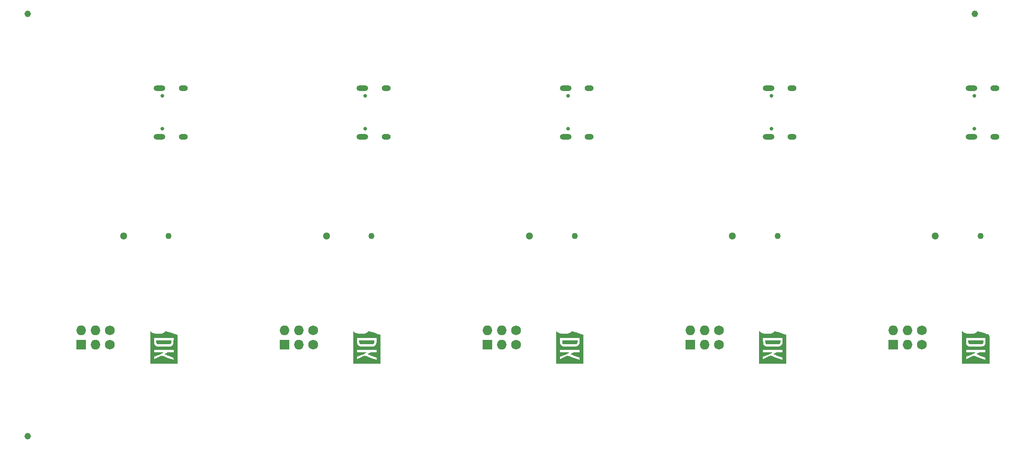
<source format=gbs>
%TF.GenerationSoftware,KiCad,Pcbnew,8.99.0-3110-g1838b2656d*%
%TF.CreationDate,2025-01-19T16:03:57+01:00*%
%TF.ProjectId,panel_1x5,70616e65-6c5f-4317-9835-2e6b69636164,1.2*%
%TF.SameCoordinates,PX2faf080PY29f6300*%
%TF.FileFunction,Soldermask,Bot*%
%TF.FilePolarity,Negative*%
%FSLAX46Y46*%
G04 Gerber Fmt 4.6, Leading zero omitted, Abs format (unit mm)*
G04 Created by KiCad (PCBNEW 8.99.0-3110-g1838b2656d) date 2025-01-19 16:03:57*
%MOMM*%
%LPD*%
G01*
G04 APERTURE LIST*
%ADD10C,0.010000*%
%ADD11O,1.727200X1.727200*%
%ADD12R,1.727200X1.727200*%
%ADD13C,1.727200*%
%ADD14C,0.650000*%
%ADD15O,2.100000X1.000000*%
%ADD16O,1.600000X1.000000*%
%ADD17C,1.300000*%
%ADD18C,1.100000*%
%ADD19C,1.152000*%
G04 APERTURE END LIST*
D10*
%TO.C,G\u002A\u002A\u002A*%
X30426445Y-60496446D02*
X30424852Y-60658721D01*
X30420222Y-60759828D01*
X30393512Y-60900942D01*
X30340258Y-61002775D01*
X30257112Y-61073608D01*
X30254977Y-61074850D01*
X30227184Y-61089624D01*
X30195907Y-61101576D01*
X30155259Y-61111009D01*
X30099359Y-61118217D01*
X30022322Y-61123499D01*
X29918262Y-61127155D01*
X29781295Y-61129478D01*
X29605538Y-61130769D01*
X29385104Y-61131325D01*
X29114111Y-61131445D01*
X28955468Y-61131393D01*
X28711652Y-61130933D01*
X28515194Y-61129779D01*
X28360259Y-61127668D01*
X28241012Y-61124336D01*
X28151622Y-61119522D01*
X28086255Y-61112961D01*
X28039074Y-61104395D01*
X28004250Y-61093555D01*
X27975945Y-61080181D01*
X27943550Y-61059748D01*
X27863751Y-60970422D01*
X27817013Y-60840630D01*
X27801777Y-60666684D01*
X27801777Y-60496444D01*
X30426445Y-60496446D01*
G36*
X30426445Y-60496446D02*
G01*
X30424852Y-60658721D01*
X30420222Y-60759828D01*
X30393512Y-60900942D01*
X30340258Y-61002775D01*
X30257112Y-61073608D01*
X30254977Y-61074850D01*
X30227184Y-61089624D01*
X30195907Y-61101576D01*
X30155259Y-61111009D01*
X30099359Y-61118217D01*
X30022322Y-61123499D01*
X29918262Y-61127155D01*
X29781295Y-61129478D01*
X29605538Y-61130769D01*
X29385104Y-61131325D01*
X29114111Y-61131445D01*
X28955468Y-61131393D01*
X28711652Y-61130933D01*
X28515194Y-61129779D01*
X28360259Y-61127668D01*
X28241012Y-61124336D01*
X28151622Y-61119522D01*
X28086255Y-61112961D01*
X28039074Y-61104395D01*
X28004250Y-61093555D01*
X27975945Y-61080181D01*
X27943550Y-61059748D01*
X27863751Y-60970422D01*
X27817013Y-60840630D01*
X27801777Y-60666684D01*
X27801777Y-60496444D01*
X30426445Y-60496446D01*
G37*
X30445023Y-59181642D02*
X30646345Y-59249378D01*
X30855177Y-59319818D01*
X31042576Y-59383214D01*
X31202124Y-59437385D01*
X31327405Y-59480156D01*
X31412002Y-59509344D01*
X31449500Y-59522770D01*
X31452586Y-59524277D01*
X31460766Y-59532140D01*
X31467922Y-59547932D01*
X31474128Y-59575124D01*
X31479447Y-59617175D01*
X31483950Y-59677556D01*
X31487702Y-59759728D01*
X31490772Y-59867157D01*
X31493227Y-60003309D01*
X31495134Y-60171649D01*
X31496564Y-60375642D01*
X31497582Y-60618752D01*
X31498255Y-60904448D01*
X31498651Y-61236192D01*
X31498840Y-61617449D01*
X31498889Y-62051686D01*
X31498890Y-64560446D01*
X26729334Y-64560445D01*
X26729334Y-62613111D01*
X27350222Y-62613111D01*
X28156221Y-62613111D01*
X28203318Y-62613153D01*
X28405212Y-62614295D01*
X28585151Y-62616853D01*
X28736242Y-62620614D01*
X28851582Y-62625377D01*
X28924274Y-62630926D01*
X28947422Y-62637055D01*
X28941072Y-62641837D01*
X28892380Y-62668219D01*
X28801375Y-62713507D01*
X28674416Y-62774667D01*
X28517864Y-62848646D01*
X28338078Y-62932402D01*
X28141424Y-63022889D01*
X27350222Y-63384780D01*
X27350223Y-63880282D01*
X28020500Y-63553944D01*
X28189893Y-63471748D01*
X28356924Y-63391287D01*
X28501930Y-63322050D01*
X28617737Y-63267438D01*
X28697188Y-63230851D01*
X28733111Y-63215690D01*
X28738852Y-63215881D01*
X28789313Y-63229352D01*
X28884568Y-63260675D01*
X29018757Y-63307736D01*
X29186022Y-63368421D01*
X29380510Y-63440610D01*
X29596357Y-63522190D01*
X29827709Y-63611045D01*
X30879972Y-64018311D01*
X30863889Y-63481201D01*
X30525222Y-63357400D01*
X30286709Y-63270200D01*
X30042899Y-63180916D01*
X29844170Y-63107747D01*
X29686183Y-63048898D01*
X29564599Y-63002569D01*
X29475076Y-62966958D01*
X29413276Y-62940267D01*
X29374858Y-62920696D01*
X29355488Y-62906445D01*
X29350824Y-62895719D01*
X29356521Y-62886715D01*
X29368249Y-62877632D01*
X29379525Y-62870026D01*
X29440486Y-62833836D01*
X29531441Y-62783400D01*
X29637266Y-62727175D01*
X29856508Y-62613111D01*
X30878002Y-62613111D01*
X30878000Y-62133334D01*
X27350222Y-62133334D01*
X27350222Y-62613111D01*
X26729334Y-62613111D01*
X26729334Y-60491416D01*
X27350222Y-60491416D01*
X27351296Y-60663733D01*
X27356896Y-60846700D01*
X27368914Y-60989617D01*
X27389163Y-61101725D01*
X27419447Y-61192267D01*
X27461579Y-61270492D01*
X27517364Y-61345642D01*
X27559748Y-61389476D01*
X27650586Y-61463518D01*
X27749411Y-61527505D01*
X27900556Y-61611222D01*
X30299445Y-61611222D01*
X30434075Y-61544344D01*
X30517712Y-61494571D01*
X30654875Y-61375634D01*
X30765817Y-61231717D01*
X30835797Y-61079868D01*
X30839346Y-61067262D01*
X30857008Y-60975034D01*
X30869004Y-60848479D01*
X30875834Y-60680276D01*
X30878000Y-60463100D01*
X30877999Y-59988445D01*
X27350223Y-59988445D01*
X27350222Y-60491416D01*
X26729334Y-60491416D01*
X26729334Y-58883380D01*
X26849278Y-58986186D01*
X26853983Y-58990200D01*
X27041688Y-59123581D01*
X27255219Y-59224483D01*
X27350222Y-59251645D01*
X27500724Y-59294676D01*
X27784341Y-59335930D01*
X28112222Y-59350016D01*
X28269312Y-59347980D01*
X28535894Y-59328610D01*
X28764879Y-59286330D01*
X28966665Y-59218079D01*
X29151653Y-59120799D01*
X29330245Y-58991421D01*
X29489935Y-58860673D01*
X30445023Y-59181642D01*
G36*
X30445023Y-59181642D02*
G01*
X30646345Y-59249378D01*
X30855177Y-59319818D01*
X31042576Y-59383214D01*
X31202124Y-59437385D01*
X31327405Y-59480156D01*
X31412002Y-59509344D01*
X31449500Y-59522770D01*
X31452586Y-59524277D01*
X31460766Y-59532140D01*
X31467922Y-59547932D01*
X31474128Y-59575124D01*
X31479447Y-59617175D01*
X31483950Y-59677556D01*
X31487702Y-59759728D01*
X31490772Y-59867157D01*
X31493227Y-60003309D01*
X31495134Y-60171649D01*
X31496564Y-60375642D01*
X31497582Y-60618752D01*
X31498255Y-60904448D01*
X31498651Y-61236192D01*
X31498840Y-61617449D01*
X31498889Y-62051686D01*
X31498890Y-64560446D01*
X26729334Y-64560445D01*
X26729334Y-62613111D01*
X27350222Y-62613111D01*
X28156221Y-62613111D01*
X28203318Y-62613153D01*
X28405212Y-62614295D01*
X28585151Y-62616853D01*
X28736242Y-62620614D01*
X28851582Y-62625377D01*
X28924274Y-62630926D01*
X28947422Y-62637055D01*
X28941072Y-62641837D01*
X28892380Y-62668219D01*
X28801375Y-62713507D01*
X28674416Y-62774667D01*
X28517864Y-62848646D01*
X28338078Y-62932402D01*
X28141424Y-63022889D01*
X27350222Y-63384780D01*
X27350223Y-63880282D01*
X28020500Y-63553944D01*
X28189893Y-63471748D01*
X28356924Y-63391287D01*
X28501930Y-63322050D01*
X28617737Y-63267438D01*
X28697188Y-63230851D01*
X28733111Y-63215690D01*
X28738852Y-63215881D01*
X28789313Y-63229352D01*
X28884568Y-63260675D01*
X29018757Y-63307736D01*
X29186022Y-63368421D01*
X29380510Y-63440610D01*
X29596357Y-63522190D01*
X29827709Y-63611045D01*
X30879972Y-64018311D01*
X30863889Y-63481201D01*
X30525222Y-63357400D01*
X30286709Y-63270200D01*
X30042899Y-63180916D01*
X29844170Y-63107747D01*
X29686183Y-63048898D01*
X29564599Y-63002569D01*
X29475076Y-62966958D01*
X29413276Y-62940267D01*
X29374858Y-62920696D01*
X29355488Y-62906445D01*
X29350824Y-62895719D01*
X29356521Y-62886715D01*
X29368249Y-62877632D01*
X29379525Y-62870026D01*
X29440486Y-62833836D01*
X29531441Y-62783400D01*
X29637266Y-62727175D01*
X29856508Y-62613111D01*
X30878002Y-62613111D01*
X30878000Y-62133334D01*
X27350222Y-62133334D01*
X27350222Y-62613111D01*
X26729334Y-62613111D01*
X26729334Y-60491416D01*
X27350222Y-60491416D01*
X27351296Y-60663733D01*
X27356896Y-60846700D01*
X27368914Y-60989617D01*
X27389163Y-61101725D01*
X27419447Y-61192267D01*
X27461579Y-61270492D01*
X27517364Y-61345642D01*
X27559748Y-61389476D01*
X27650586Y-61463518D01*
X27749411Y-61527505D01*
X27900556Y-61611222D01*
X30299445Y-61611222D01*
X30434075Y-61544344D01*
X30517712Y-61494571D01*
X30654875Y-61375634D01*
X30765817Y-61231717D01*
X30835797Y-61079868D01*
X30839346Y-61067262D01*
X30857008Y-60975034D01*
X30869004Y-60848479D01*
X30875834Y-60680276D01*
X30878000Y-60463100D01*
X30877999Y-59988445D01*
X27350223Y-59988445D01*
X27350222Y-60491416D01*
X26729334Y-60491416D01*
X26729334Y-58883380D01*
X26849278Y-58986186D01*
X26853983Y-58990200D01*
X27041688Y-59123581D01*
X27255219Y-59224483D01*
X27350222Y-59251645D01*
X27500724Y-59294676D01*
X27784341Y-59335930D01*
X28112222Y-59350016D01*
X28269312Y-59347980D01*
X28535894Y-59328610D01*
X28764879Y-59286330D01*
X28966665Y-59218079D01*
X29151653Y-59120799D01*
X29330245Y-58991421D01*
X29489935Y-58860673D01*
X30445023Y-59181642D01*
G37*
X138426445Y-60496446D02*
X138424852Y-60658721D01*
X138420222Y-60759828D01*
X138393512Y-60900942D01*
X138340258Y-61002775D01*
X138257112Y-61073608D01*
X138254977Y-61074850D01*
X138227184Y-61089624D01*
X138195907Y-61101576D01*
X138155259Y-61111009D01*
X138099359Y-61118217D01*
X138022322Y-61123499D01*
X137918262Y-61127155D01*
X137781295Y-61129478D01*
X137605538Y-61130769D01*
X137385104Y-61131325D01*
X137114111Y-61131445D01*
X136955468Y-61131393D01*
X136711652Y-61130933D01*
X136515194Y-61129779D01*
X136360259Y-61127668D01*
X136241012Y-61124336D01*
X136151622Y-61119522D01*
X136086255Y-61112961D01*
X136039074Y-61104395D01*
X136004250Y-61093555D01*
X135975945Y-61080181D01*
X135943550Y-61059748D01*
X135863751Y-60970422D01*
X135817013Y-60840630D01*
X135801777Y-60666684D01*
X135801777Y-60496444D01*
X138426445Y-60496446D01*
G36*
X138426445Y-60496446D02*
G01*
X138424852Y-60658721D01*
X138420222Y-60759828D01*
X138393512Y-60900942D01*
X138340258Y-61002775D01*
X138257112Y-61073608D01*
X138254977Y-61074850D01*
X138227184Y-61089624D01*
X138195907Y-61101576D01*
X138155259Y-61111009D01*
X138099359Y-61118217D01*
X138022322Y-61123499D01*
X137918262Y-61127155D01*
X137781295Y-61129478D01*
X137605538Y-61130769D01*
X137385104Y-61131325D01*
X137114111Y-61131445D01*
X136955468Y-61131393D01*
X136711652Y-61130933D01*
X136515194Y-61129779D01*
X136360259Y-61127668D01*
X136241012Y-61124336D01*
X136151622Y-61119522D01*
X136086255Y-61112961D01*
X136039074Y-61104395D01*
X136004250Y-61093555D01*
X135975945Y-61080181D01*
X135943550Y-61059748D01*
X135863751Y-60970422D01*
X135817013Y-60840630D01*
X135801777Y-60666684D01*
X135801777Y-60496444D01*
X138426445Y-60496446D01*
G37*
X138445023Y-59181642D02*
X138646345Y-59249378D01*
X138855177Y-59319818D01*
X139042576Y-59383214D01*
X139202124Y-59437385D01*
X139327405Y-59480156D01*
X139412002Y-59509344D01*
X139449500Y-59522770D01*
X139452586Y-59524277D01*
X139460766Y-59532140D01*
X139467922Y-59547932D01*
X139474128Y-59575124D01*
X139479447Y-59617175D01*
X139483950Y-59677556D01*
X139487702Y-59759728D01*
X139490772Y-59867157D01*
X139493227Y-60003309D01*
X139495134Y-60171649D01*
X139496564Y-60375642D01*
X139497582Y-60618752D01*
X139498255Y-60904448D01*
X139498651Y-61236192D01*
X139498840Y-61617449D01*
X139498889Y-62051686D01*
X139498890Y-64560446D01*
X134729334Y-64560445D01*
X134729334Y-62613111D01*
X135350222Y-62613111D01*
X136156221Y-62613111D01*
X136203318Y-62613153D01*
X136405212Y-62614295D01*
X136585151Y-62616853D01*
X136736242Y-62620614D01*
X136851582Y-62625377D01*
X136924274Y-62630926D01*
X136947422Y-62637055D01*
X136941072Y-62641837D01*
X136892380Y-62668219D01*
X136801375Y-62713507D01*
X136674416Y-62774667D01*
X136517864Y-62848646D01*
X136338078Y-62932402D01*
X136141424Y-63022889D01*
X135350222Y-63384780D01*
X135350223Y-63880282D01*
X136020500Y-63553944D01*
X136189893Y-63471748D01*
X136356924Y-63391287D01*
X136501930Y-63322050D01*
X136617737Y-63267438D01*
X136697188Y-63230851D01*
X136733111Y-63215690D01*
X136738852Y-63215881D01*
X136789313Y-63229352D01*
X136884568Y-63260675D01*
X137018757Y-63307736D01*
X137186022Y-63368421D01*
X137380510Y-63440610D01*
X137596357Y-63522190D01*
X137827709Y-63611045D01*
X138879972Y-64018311D01*
X138863889Y-63481201D01*
X138525222Y-63357400D01*
X138286709Y-63270200D01*
X138042899Y-63180916D01*
X137844170Y-63107747D01*
X137686183Y-63048898D01*
X137564599Y-63002569D01*
X137475076Y-62966958D01*
X137413276Y-62940267D01*
X137374858Y-62920696D01*
X137355488Y-62906445D01*
X137350824Y-62895719D01*
X137356521Y-62886715D01*
X137368249Y-62877632D01*
X137379525Y-62870026D01*
X137440486Y-62833836D01*
X137531441Y-62783400D01*
X137637266Y-62727175D01*
X137856508Y-62613111D01*
X138878002Y-62613111D01*
X138878000Y-62133334D01*
X135350222Y-62133334D01*
X135350222Y-62613111D01*
X134729334Y-62613111D01*
X134729334Y-60491416D01*
X135350222Y-60491416D01*
X135351296Y-60663733D01*
X135356896Y-60846700D01*
X135368914Y-60989617D01*
X135389163Y-61101725D01*
X135419447Y-61192267D01*
X135461579Y-61270492D01*
X135517364Y-61345642D01*
X135559748Y-61389476D01*
X135650586Y-61463518D01*
X135749411Y-61527505D01*
X135900556Y-61611222D01*
X138299445Y-61611222D01*
X138434075Y-61544344D01*
X138517712Y-61494571D01*
X138654875Y-61375634D01*
X138765817Y-61231717D01*
X138835797Y-61079868D01*
X138839346Y-61067262D01*
X138857008Y-60975034D01*
X138869004Y-60848479D01*
X138875834Y-60680276D01*
X138878000Y-60463100D01*
X138877999Y-59988445D01*
X135350223Y-59988445D01*
X135350222Y-60491416D01*
X134729334Y-60491416D01*
X134729334Y-58883380D01*
X134849278Y-58986186D01*
X134853983Y-58990200D01*
X135041688Y-59123581D01*
X135255219Y-59224483D01*
X135350222Y-59251645D01*
X135500724Y-59294676D01*
X135784341Y-59335930D01*
X136112222Y-59350016D01*
X136269312Y-59347980D01*
X136535894Y-59328610D01*
X136764879Y-59286330D01*
X136966665Y-59218079D01*
X137151653Y-59120799D01*
X137330245Y-58991421D01*
X137489935Y-58860673D01*
X138445023Y-59181642D01*
G36*
X138445023Y-59181642D02*
G01*
X138646345Y-59249378D01*
X138855177Y-59319818D01*
X139042576Y-59383214D01*
X139202124Y-59437385D01*
X139327405Y-59480156D01*
X139412002Y-59509344D01*
X139449500Y-59522770D01*
X139452586Y-59524277D01*
X139460766Y-59532140D01*
X139467922Y-59547932D01*
X139474128Y-59575124D01*
X139479447Y-59617175D01*
X139483950Y-59677556D01*
X139487702Y-59759728D01*
X139490772Y-59867157D01*
X139493227Y-60003309D01*
X139495134Y-60171649D01*
X139496564Y-60375642D01*
X139497582Y-60618752D01*
X139498255Y-60904448D01*
X139498651Y-61236192D01*
X139498840Y-61617449D01*
X139498889Y-62051686D01*
X139498890Y-64560446D01*
X134729334Y-64560445D01*
X134729334Y-62613111D01*
X135350222Y-62613111D01*
X136156221Y-62613111D01*
X136203318Y-62613153D01*
X136405212Y-62614295D01*
X136585151Y-62616853D01*
X136736242Y-62620614D01*
X136851582Y-62625377D01*
X136924274Y-62630926D01*
X136947422Y-62637055D01*
X136941072Y-62641837D01*
X136892380Y-62668219D01*
X136801375Y-62713507D01*
X136674416Y-62774667D01*
X136517864Y-62848646D01*
X136338078Y-62932402D01*
X136141424Y-63022889D01*
X135350222Y-63384780D01*
X135350223Y-63880282D01*
X136020500Y-63553944D01*
X136189893Y-63471748D01*
X136356924Y-63391287D01*
X136501930Y-63322050D01*
X136617737Y-63267438D01*
X136697188Y-63230851D01*
X136733111Y-63215690D01*
X136738852Y-63215881D01*
X136789313Y-63229352D01*
X136884568Y-63260675D01*
X137018757Y-63307736D01*
X137186022Y-63368421D01*
X137380510Y-63440610D01*
X137596357Y-63522190D01*
X137827709Y-63611045D01*
X138879972Y-64018311D01*
X138863889Y-63481201D01*
X138525222Y-63357400D01*
X138286709Y-63270200D01*
X138042899Y-63180916D01*
X137844170Y-63107747D01*
X137686183Y-63048898D01*
X137564599Y-63002569D01*
X137475076Y-62966958D01*
X137413276Y-62940267D01*
X137374858Y-62920696D01*
X137355488Y-62906445D01*
X137350824Y-62895719D01*
X137356521Y-62886715D01*
X137368249Y-62877632D01*
X137379525Y-62870026D01*
X137440486Y-62833836D01*
X137531441Y-62783400D01*
X137637266Y-62727175D01*
X137856508Y-62613111D01*
X138878002Y-62613111D01*
X138878000Y-62133334D01*
X135350222Y-62133334D01*
X135350222Y-62613111D01*
X134729334Y-62613111D01*
X134729334Y-60491416D01*
X135350222Y-60491416D01*
X135351296Y-60663733D01*
X135356896Y-60846700D01*
X135368914Y-60989617D01*
X135389163Y-61101725D01*
X135419447Y-61192267D01*
X135461579Y-61270492D01*
X135517364Y-61345642D01*
X135559748Y-61389476D01*
X135650586Y-61463518D01*
X135749411Y-61527505D01*
X135900556Y-61611222D01*
X138299445Y-61611222D01*
X138434075Y-61544344D01*
X138517712Y-61494571D01*
X138654875Y-61375634D01*
X138765817Y-61231717D01*
X138835797Y-61079868D01*
X138839346Y-61067262D01*
X138857008Y-60975034D01*
X138869004Y-60848479D01*
X138875834Y-60680276D01*
X138878000Y-60463100D01*
X138877999Y-59988445D01*
X135350223Y-59988445D01*
X135350222Y-60491416D01*
X134729334Y-60491416D01*
X134729334Y-58883380D01*
X134849278Y-58986186D01*
X134853983Y-58990200D01*
X135041688Y-59123581D01*
X135255219Y-59224483D01*
X135350222Y-59251645D01*
X135500724Y-59294676D01*
X135784341Y-59335930D01*
X136112222Y-59350016D01*
X136269312Y-59347980D01*
X136535894Y-59328610D01*
X136764879Y-59286330D01*
X136966665Y-59218079D01*
X137151653Y-59120799D01*
X137330245Y-58991421D01*
X137489935Y-58860673D01*
X138445023Y-59181642D01*
G37*
X66426445Y-60496446D02*
X66424852Y-60658721D01*
X66420222Y-60759828D01*
X66393512Y-60900942D01*
X66340258Y-61002775D01*
X66257112Y-61073608D01*
X66254977Y-61074850D01*
X66227184Y-61089624D01*
X66195907Y-61101576D01*
X66155259Y-61111009D01*
X66099359Y-61118217D01*
X66022322Y-61123499D01*
X65918262Y-61127155D01*
X65781295Y-61129478D01*
X65605538Y-61130769D01*
X65385104Y-61131325D01*
X65114111Y-61131445D01*
X64955468Y-61131393D01*
X64711652Y-61130933D01*
X64515194Y-61129779D01*
X64360259Y-61127668D01*
X64241012Y-61124336D01*
X64151622Y-61119522D01*
X64086255Y-61112961D01*
X64039074Y-61104395D01*
X64004250Y-61093555D01*
X63975945Y-61080181D01*
X63943550Y-61059748D01*
X63863751Y-60970422D01*
X63817013Y-60840630D01*
X63801777Y-60666684D01*
X63801777Y-60496444D01*
X66426445Y-60496446D01*
G36*
X66426445Y-60496446D02*
G01*
X66424852Y-60658721D01*
X66420222Y-60759828D01*
X66393512Y-60900942D01*
X66340258Y-61002775D01*
X66257112Y-61073608D01*
X66254977Y-61074850D01*
X66227184Y-61089624D01*
X66195907Y-61101576D01*
X66155259Y-61111009D01*
X66099359Y-61118217D01*
X66022322Y-61123499D01*
X65918262Y-61127155D01*
X65781295Y-61129478D01*
X65605538Y-61130769D01*
X65385104Y-61131325D01*
X65114111Y-61131445D01*
X64955468Y-61131393D01*
X64711652Y-61130933D01*
X64515194Y-61129779D01*
X64360259Y-61127668D01*
X64241012Y-61124336D01*
X64151622Y-61119522D01*
X64086255Y-61112961D01*
X64039074Y-61104395D01*
X64004250Y-61093555D01*
X63975945Y-61080181D01*
X63943550Y-61059748D01*
X63863751Y-60970422D01*
X63817013Y-60840630D01*
X63801777Y-60666684D01*
X63801777Y-60496444D01*
X66426445Y-60496446D01*
G37*
X66445023Y-59181642D02*
X66646345Y-59249378D01*
X66855177Y-59319818D01*
X67042576Y-59383214D01*
X67202124Y-59437385D01*
X67327405Y-59480156D01*
X67412002Y-59509344D01*
X67449500Y-59522770D01*
X67452586Y-59524277D01*
X67460766Y-59532140D01*
X67467922Y-59547932D01*
X67474128Y-59575124D01*
X67479447Y-59617175D01*
X67483950Y-59677556D01*
X67487702Y-59759728D01*
X67490772Y-59867157D01*
X67493227Y-60003309D01*
X67495134Y-60171649D01*
X67496564Y-60375642D01*
X67497582Y-60618752D01*
X67498255Y-60904448D01*
X67498651Y-61236192D01*
X67498840Y-61617449D01*
X67498889Y-62051686D01*
X67498890Y-64560446D01*
X62729334Y-64560445D01*
X62729334Y-62613111D01*
X63350222Y-62613111D01*
X64156221Y-62613111D01*
X64203318Y-62613153D01*
X64405212Y-62614295D01*
X64585151Y-62616853D01*
X64736242Y-62620614D01*
X64851582Y-62625377D01*
X64924274Y-62630926D01*
X64947422Y-62637055D01*
X64941072Y-62641837D01*
X64892380Y-62668219D01*
X64801375Y-62713507D01*
X64674416Y-62774667D01*
X64517864Y-62848646D01*
X64338078Y-62932402D01*
X64141424Y-63022889D01*
X63350222Y-63384780D01*
X63350223Y-63880282D01*
X64020500Y-63553944D01*
X64189893Y-63471748D01*
X64356924Y-63391287D01*
X64501930Y-63322050D01*
X64617737Y-63267438D01*
X64697188Y-63230851D01*
X64733111Y-63215690D01*
X64738852Y-63215881D01*
X64789313Y-63229352D01*
X64884568Y-63260675D01*
X65018757Y-63307736D01*
X65186022Y-63368421D01*
X65380510Y-63440610D01*
X65596357Y-63522190D01*
X65827709Y-63611045D01*
X66879972Y-64018311D01*
X66863889Y-63481201D01*
X66525222Y-63357400D01*
X66286709Y-63270200D01*
X66042899Y-63180916D01*
X65844170Y-63107747D01*
X65686183Y-63048898D01*
X65564599Y-63002569D01*
X65475076Y-62966958D01*
X65413276Y-62940267D01*
X65374858Y-62920696D01*
X65355488Y-62906445D01*
X65350824Y-62895719D01*
X65356521Y-62886715D01*
X65368249Y-62877632D01*
X65379525Y-62870026D01*
X65440486Y-62833836D01*
X65531441Y-62783400D01*
X65637266Y-62727175D01*
X65856508Y-62613111D01*
X66878002Y-62613111D01*
X66878000Y-62133334D01*
X63350222Y-62133334D01*
X63350222Y-62613111D01*
X62729334Y-62613111D01*
X62729334Y-60491416D01*
X63350222Y-60491416D01*
X63351296Y-60663733D01*
X63356896Y-60846700D01*
X63368914Y-60989617D01*
X63389163Y-61101725D01*
X63419447Y-61192267D01*
X63461579Y-61270492D01*
X63517364Y-61345642D01*
X63559748Y-61389476D01*
X63650586Y-61463518D01*
X63749411Y-61527505D01*
X63900556Y-61611222D01*
X66299445Y-61611222D01*
X66434075Y-61544344D01*
X66517712Y-61494571D01*
X66654875Y-61375634D01*
X66765817Y-61231717D01*
X66835797Y-61079868D01*
X66839346Y-61067262D01*
X66857008Y-60975034D01*
X66869004Y-60848479D01*
X66875834Y-60680276D01*
X66878000Y-60463100D01*
X66877999Y-59988445D01*
X63350223Y-59988445D01*
X63350222Y-60491416D01*
X62729334Y-60491416D01*
X62729334Y-58883380D01*
X62849278Y-58986186D01*
X62853983Y-58990200D01*
X63041688Y-59123581D01*
X63255219Y-59224483D01*
X63350222Y-59251645D01*
X63500724Y-59294676D01*
X63784341Y-59335930D01*
X64112222Y-59350016D01*
X64269312Y-59347980D01*
X64535894Y-59328610D01*
X64764879Y-59286330D01*
X64966665Y-59218079D01*
X65151653Y-59120799D01*
X65330245Y-58991421D01*
X65489935Y-58860673D01*
X66445023Y-59181642D01*
G36*
X66445023Y-59181642D02*
G01*
X66646345Y-59249378D01*
X66855177Y-59319818D01*
X67042576Y-59383214D01*
X67202124Y-59437385D01*
X67327405Y-59480156D01*
X67412002Y-59509344D01*
X67449500Y-59522770D01*
X67452586Y-59524277D01*
X67460766Y-59532140D01*
X67467922Y-59547932D01*
X67474128Y-59575124D01*
X67479447Y-59617175D01*
X67483950Y-59677556D01*
X67487702Y-59759728D01*
X67490772Y-59867157D01*
X67493227Y-60003309D01*
X67495134Y-60171649D01*
X67496564Y-60375642D01*
X67497582Y-60618752D01*
X67498255Y-60904448D01*
X67498651Y-61236192D01*
X67498840Y-61617449D01*
X67498889Y-62051686D01*
X67498890Y-64560446D01*
X62729334Y-64560445D01*
X62729334Y-62613111D01*
X63350222Y-62613111D01*
X64156221Y-62613111D01*
X64203318Y-62613153D01*
X64405212Y-62614295D01*
X64585151Y-62616853D01*
X64736242Y-62620614D01*
X64851582Y-62625377D01*
X64924274Y-62630926D01*
X64947422Y-62637055D01*
X64941072Y-62641837D01*
X64892380Y-62668219D01*
X64801375Y-62713507D01*
X64674416Y-62774667D01*
X64517864Y-62848646D01*
X64338078Y-62932402D01*
X64141424Y-63022889D01*
X63350222Y-63384780D01*
X63350223Y-63880282D01*
X64020500Y-63553944D01*
X64189893Y-63471748D01*
X64356924Y-63391287D01*
X64501930Y-63322050D01*
X64617737Y-63267438D01*
X64697188Y-63230851D01*
X64733111Y-63215690D01*
X64738852Y-63215881D01*
X64789313Y-63229352D01*
X64884568Y-63260675D01*
X65018757Y-63307736D01*
X65186022Y-63368421D01*
X65380510Y-63440610D01*
X65596357Y-63522190D01*
X65827709Y-63611045D01*
X66879972Y-64018311D01*
X66863889Y-63481201D01*
X66525222Y-63357400D01*
X66286709Y-63270200D01*
X66042899Y-63180916D01*
X65844170Y-63107747D01*
X65686183Y-63048898D01*
X65564599Y-63002569D01*
X65475076Y-62966958D01*
X65413276Y-62940267D01*
X65374858Y-62920696D01*
X65355488Y-62906445D01*
X65350824Y-62895719D01*
X65356521Y-62886715D01*
X65368249Y-62877632D01*
X65379525Y-62870026D01*
X65440486Y-62833836D01*
X65531441Y-62783400D01*
X65637266Y-62727175D01*
X65856508Y-62613111D01*
X66878002Y-62613111D01*
X66878000Y-62133334D01*
X63350222Y-62133334D01*
X63350222Y-62613111D01*
X62729334Y-62613111D01*
X62729334Y-60491416D01*
X63350222Y-60491416D01*
X63351296Y-60663733D01*
X63356896Y-60846700D01*
X63368914Y-60989617D01*
X63389163Y-61101725D01*
X63419447Y-61192267D01*
X63461579Y-61270492D01*
X63517364Y-61345642D01*
X63559748Y-61389476D01*
X63650586Y-61463518D01*
X63749411Y-61527505D01*
X63900556Y-61611222D01*
X66299445Y-61611222D01*
X66434075Y-61544344D01*
X66517712Y-61494571D01*
X66654875Y-61375634D01*
X66765817Y-61231717D01*
X66835797Y-61079868D01*
X66839346Y-61067262D01*
X66857008Y-60975034D01*
X66869004Y-60848479D01*
X66875834Y-60680276D01*
X66878000Y-60463100D01*
X66877999Y-59988445D01*
X63350223Y-59988445D01*
X63350222Y-60491416D01*
X62729334Y-60491416D01*
X62729334Y-58883380D01*
X62849278Y-58986186D01*
X62853983Y-58990200D01*
X63041688Y-59123581D01*
X63255219Y-59224483D01*
X63350222Y-59251645D01*
X63500724Y-59294676D01*
X63784341Y-59335930D01*
X64112222Y-59350016D01*
X64269312Y-59347980D01*
X64535894Y-59328610D01*
X64764879Y-59286330D01*
X64966665Y-59218079D01*
X65151653Y-59120799D01*
X65330245Y-58991421D01*
X65489935Y-58860673D01*
X66445023Y-59181642D01*
G37*
X174426445Y-60496446D02*
X174424852Y-60658721D01*
X174420222Y-60759828D01*
X174393512Y-60900942D01*
X174340258Y-61002775D01*
X174257112Y-61073608D01*
X174254977Y-61074850D01*
X174227184Y-61089624D01*
X174195907Y-61101576D01*
X174155259Y-61111009D01*
X174099359Y-61118217D01*
X174022322Y-61123499D01*
X173918262Y-61127155D01*
X173781295Y-61129478D01*
X173605538Y-61130769D01*
X173385104Y-61131325D01*
X173114111Y-61131445D01*
X172955468Y-61131393D01*
X172711652Y-61130933D01*
X172515194Y-61129779D01*
X172360259Y-61127668D01*
X172241012Y-61124336D01*
X172151622Y-61119522D01*
X172086255Y-61112961D01*
X172039074Y-61104395D01*
X172004250Y-61093555D01*
X171975945Y-61080181D01*
X171943550Y-61059748D01*
X171863751Y-60970422D01*
X171817013Y-60840630D01*
X171801777Y-60666684D01*
X171801777Y-60496444D01*
X174426445Y-60496446D01*
G36*
X174426445Y-60496446D02*
G01*
X174424852Y-60658721D01*
X174420222Y-60759828D01*
X174393512Y-60900942D01*
X174340258Y-61002775D01*
X174257112Y-61073608D01*
X174254977Y-61074850D01*
X174227184Y-61089624D01*
X174195907Y-61101576D01*
X174155259Y-61111009D01*
X174099359Y-61118217D01*
X174022322Y-61123499D01*
X173918262Y-61127155D01*
X173781295Y-61129478D01*
X173605538Y-61130769D01*
X173385104Y-61131325D01*
X173114111Y-61131445D01*
X172955468Y-61131393D01*
X172711652Y-61130933D01*
X172515194Y-61129779D01*
X172360259Y-61127668D01*
X172241012Y-61124336D01*
X172151622Y-61119522D01*
X172086255Y-61112961D01*
X172039074Y-61104395D01*
X172004250Y-61093555D01*
X171975945Y-61080181D01*
X171943550Y-61059748D01*
X171863751Y-60970422D01*
X171817013Y-60840630D01*
X171801777Y-60666684D01*
X171801777Y-60496444D01*
X174426445Y-60496446D01*
G37*
X174445023Y-59181642D02*
X174646345Y-59249378D01*
X174855177Y-59319818D01*
X175042576Y-59383214D01*
X175202124Y-59437385D01*
X175327405Y-59480156D01*
X175412002Y-59509344D01*
X175449500Y-59522770D01*
X175452586Y-59524277D01*
X175460766Y-59532140D01*
X175467922Y-59547932D01*
X175474128Y-59575124D01*
X175479447Y-59617175D01*
X175483950Y-59677556D01*
X175487702Y-59759728D01*
X175490772Y-59867157D01*
X175493227Y-60003309D01*
X175495134Y-60171649D01*
X175496564Y-60375642D01*
X175497582Y-60618752D01*
X175498255Y-60904448D01*
X175498651Y-61236192D01*
X175498840Y-61617449D01*
X175498889Y-62051686D01*
X175498890Y-64560446D01*
X170729334Y-64560445D01*
X170729334Y-62613111D01*
X171350222Y-62613111D01*
X172156221Y-62613111D01*
X172203318Y-62613153D01*
X172405212Y-62614295D01*
X172585151Y-62616853D01*
X172736242Y-62620614D01*
X172851582Y-62625377D01*
X172924274Y-62630926D01*
X172947422Y-62637055D01*
X172941072Y-62641837D01*
X172892380Y-62668219D01*
X172801375Y-62713507D01*
X172674416Y-62774667D01*
X172517864Y-62848646D01*
X172338078Y-62932402D01*
X172141424Y-63022889D01*
X171350222Y-63384780D01*
X171350223Y-63880282D01*
X172020500Y-63553944D01*
X172189893Y-63471748D01*
X172356924Y-63391287D01*
X172501930Y-63322050D01*
X172617737Y-63267438D01*
X172697188Y-63230851D01*
X172733111Y-63215690D01*
X172738852Y-63215881D01*
X172789313Y-63229352D01*
X172884568Y-63260675D01*
X173018757Y-63307736D01*
X173186022Y-63368421D01*
X173380510Y-63440610D01*
X173596357Y-63522190D01*
X173827709Y-63611045D01*
X174879972Y-64018311D01*
X174863889Y-63481201D01*
X174525222Y-63357400D01*
X174286709Y-63270200D01*
X174042899Y-63180916D01*
X173844170Y-63107747D01*
X173686183Y-63048898D01*
X173564599Y-63002569D01*
X173475076Y-62966958D01*
X173413276Y-62940267D01*
X173374858Y-62920696D01*
X173355488Y-62906445D01*
X173350824Y-62895719D01*
X173356521Y-62886715D01*
X173368249Y-62877632D01*
X173379525Y-62870026D01*
X173440486Y-62833836D01*
X173531441Y-62783400D01*
X173637266Y-62727175D01*
X173856508Y-62613111D01*
X174878002Y-62613111D01*
X174878000Y-62133334D01*
X171350222Y-62133334D01*
X171350222Y-62613111D01*
X170729334Y-62613111D01*
X170729334Y-60491416D01*
X171350222Y-60491416D01*
X171351296Y-60663733D01*
X171356896Y-60846700D01*
X171368914Y-60989617D01*
X171389163Y-61101725D01*
X171419447Y-61192267D01*
X171461579Y-61270492D01*
X171517364Y-61345642D01*
X171559748Y-61389476D01*
X171650586Y-61463518D01*
X171749411Y-61527505D01*
X171900556Y-61611222D01*
X174299445Y-61611222D01*
X174434075Y-61544344D01*
X174517712Y-61494571D01*
X174654875Y-61375634D01*
X174765817Y-61231717D01*
X174835797Y-61079868D01*
X174839346Y-61067262D01*
X174857008Y-60975034D01*
X174869004Y-60848479D01*
X174875834Y-60680276D01*
X174878000Y-60463100D01*
X174877999Y-59988445D01*
X171350223Y-59988445D01*
X171350222Y-60491416D01*
X170729334Y-60491416D01*
X170729334Y-58883380D01*
X170849278Y-58986186D01*
X170853983Y-58990200D01*
X171041688Y-59123581D01*
X171255219Y-59224483D01*
X171350222Y-59251645D01*
X171500724Y-59294676D01*
X171784341Y-59335930D01*
X172112222Y-59350016D01*
X172269312Y-59347980D01*
X172535894Y-59328610D01*
X172764879Y-59286330D01*
X172966665Y-59218079D01*
X173151653Y-59120799D01*
X173330245Y-58991421D01*
X173489935Y-58860673D01*
X174445023Y-59181642D01*
G36*
X174445023Y-59181642D02*
G01*
X174646345Y-59249378D01*
X174855177Y-59319818D01*
X175042576Y-59383214D01*
X175202124Y-59437385D01*
X175327405Y-59480156D01*
X175412002Y-59509344D01*
X175449500Y-59522770D01*
X175452586Y-59524277D01*
X175460766Y-59532140D01*
X175467922Y-59547932D01*
X175474128Y-59575124D01*
X175479447Y-59617175D01*
X175483950Y-59677556D01*
X175487702Y-59759728D01*
X175490772Y-59867157D01*
X175493227Y-60003309D01*
X175495134Y-60171649D01*
X175496564Y-60375642D01*
X175497582Y-60618752D01*
X175498255Y-60904448D01*
X175498651Y-61236192D01*
X175498840Y-61617449D01*
X175498889Y-62051686D01*
X175498890Y-64560446D01*
X170729334Y-64560445D01*
X170729334Y-62613111D01*
X171350222Y-62613111D01*
X172156221Y-62613111D01*
X172203318Y-62613153D01*
X172405212Y-62614295D01*
X172585151Y-62616853D01*
X172736242Y-62620614D01*
X172851582Y-62625377D01*
X172924274Y-62630926D01*
X172947422Y-62637055D01*
X172941072Y-62641837D01*
X172892380Y-62668219D01*
X172801375Y-62713507D01*
X172674416Y-62774667D01*
X172517864Y-62848646D01*
X172338078Y-62932402D01*
X172141424Y-63022889D01*
X171350222Y-63384780D01*
X171350223Y-63880282D01*
X172020500Y-63553944D01*
X172189893Y-63471748D01*
X172356924Y-63391287D01*
X172501930Y-63322050D01*
X172617737Y-63267438D01*
X172697188Y-63230851D01*
X172733111Y-63215690D01*
X172738852Y-63215881D01*
X172789313Y-63229352D01*
X172884568Y-63260675D01*
X173018757Y-63307736D01*
X173186022Y-63368421D01*
X173380510Y-63440610D01*
X173596357Y-63522190D01*
X173827709Y-63611045D01*
X174879972Y-64018311D01*
X174863889Y-63481201D01*
X174525222Y-63357400D01*
X174286709Y-63270200D01*
X174042899Y-63180916D01*
X173844170Y-63107747D01*
X173686183Y-63048898D01*
X173564599Y-63002569D01*
X173475076Y-62966958D01*
X173413276Y-62940267D01*
X173374858Y-62920696D01*
X173355488Y-62906445D01*
X173350824Y-62895719D01*
X173356521Y-62886715D01*
X173368249Y-62877632D01*
X173379525Y-62870026D01*
X173440486Y-62833836D01*
X173531441Y-62783400D01*
X173637266Y-62727175D01*
X173856508Y-62613111D01*
X174878002Y-62613111D01*
X174878000Y-62133334D01*
X171350222Y-62133334D01*
X171350222Y-62613111D01*
X170729334Y-62613111D01*
X170729334Y-60491416D01*
X171350222Y-60491416D01*
X171351296Y-60663733D01*
X171356896Y-60846700D01*
X171368914Y-60989617D01*
X171389163Y-61101725D01*
X171419447Y-61192267D01*
X171461579Y-61270492D01*
X171517364Y-61345642D01*
X171559748Y-61389476D01*
X171650586Y-61463518D01*
X171749411Y-61527505D01*
X171900556Y-61611222D01*
X174299445Y-61611222D01*
X174434075Y-61544344D01*
X174517712Y-61494571D01*
X174654875Y-61375634D01*
X174765817Y-61231717D01*
X174835797Y-61079868D01*
X174839346Y-61067262D01*
X174857008Y-60975034D01*
X174869004Y-60848479D01*
X174875834Y-60680276D01*
X174878000Y-60463100D01*
X174877999Y-59988445D01*
X171350223Y-59988445D01*
X171350222Y-60491416D01*
X170729334Y-60491416D01*
X170729334Y-58883380D01*
X170849278Y-58986186D01*
X170853983Y-58990200D01*
X171041688Y-59123581D01*
X171255219Y-59224483D01*
X171350222Y-59251645D01*
X171500724Y-59294676D01*
X171784341Y-59335930D01*
X172112222Y-59350016D01*
X172269312Y-59347980D01*
X172535894Y-59328610D01*
X172764879Y-59286330D01*
X172966665Y-59218079D01*
X173151653Y-59120799D01*
X173330245Y-58991421D01*
X173489935Y-58860673D01*
X174445023Y-59181642D01*
G37*
X102426445Y-60496446D02*
X102424852Y-60658721D01*
X102420222Y-60759828D01*
X102393512Y-60900942D01*
X102340258Y-61002775D01*
X102257112Y-61073608D01*
X102254977Y-61074850D01*
X102227184Y-61089624D01*
X102195907Y-61101576D01*
X102155259Y-61111009D01*
X102099359Y-61118217D01*
X102022322Y-61123499D01*
X101918262Y-61127155D01*
X101781295Y-61129478D01*
X101605538Y-61130769D01*
X101385104Y-61131325D01*
X101114111Y-61131445D01*
X100955468Y-61131393D01*
X100711652Y-61130933D01*
X100515194Y-61129779D01*
X100360259Y-61127668D01*
X100241012Y-61124336D01*
X100151622Y-61119522D01*
X100086255Y-61112961D01*
X100039074Y-61104395D01*
X100004250Y-61093555D01*
X99975945Y-61080181D01*
X99943550Y-61059748D01*
X99863751Y-60970422D01*
X99817013Y-60840630D01*
X99801777Y-60666684D01*
X99801777Y-60496444D01*
X102426445Y-60496446D01*
G36*
X102426445Y-60496446D02*
G01*
X102424852Y-60658721D01*
X102420222Y-60759828D01*
X102393512Y-60900942D01*
X102340258Y-61002775D01*
X102257112Y-61073608D01*
X102254977Y-61074850D01*
X102227184Y-61089624D01*
X102195907Y-61101576D01*
X102155259Y-61111009D01*
X102099359Y-61118217D01*
X102022322Y-61123499D01*
X101918262Y-61127155D01*
X101781295Y-61129478D01*
X101605538Y-61130769D01*
X101385104Y-61131325D01*
X101114111Y-61131445D01*
X100955468Y-61131393D01*
X100711652Y-61130933D01*
X100515194Y-61129779D01*
X100360259Y-61127668D01*
X100241012Y-61124336D01*
X100151622Y-61119522D01*
X100086255Y-61112961D01*
X100039074Y-61104395D01*
X100004250Y-61093555D01*
X99975945Y-61080181D01*
X99943550Y-61059748D01*
X99863751Y-60970422D01*
X99817013Y-60840630D01*
X99801777Y-60666684D01*
X99801777Y-60496444D01*
X102426445Y-60496446D01*
G37*
X102445023Y-59181642D02*
X102646345Y-59249378D01*
X102855177Y-59319818D01*
X103042576Y-59383214D01*
X103202124Y-59437385D01*
X103327405Y-59480156D01*
X103412002Y-59509344D01*
X103449500Y-59522770D01*
X103452586Y-59524277D01*
X103460766Y-59532140D01*
X103467922Y-59547932D01*
X103474128Y-59575124D01*
X103479447Y-59617175D01*
X103483950Y-59677556D01*
X103487702Y-59759728D01*
X103490772Y-59867157D01*
X103493227Y-60003309D01*
X103495134Y-60171649D01*
X103496564Y-60375642D01*
X103497582Y-60618752D01*
X103498255Y-60904448D01*
X103498651Y-61236192D01*
X103498840Y-61617449D01*
X103498889Y-62051686D01*
X103498890Y-64560446D01*
X98729334Y-64560445D01*
X98729334Y-62613111D01*
X99350222Y-62613111D01*
X100156221Y-62613111D01*
X100203318Y-62613153D01*
X100405212Y-62614295D01*
X100585151Y-62616853D01*
X100736242Y-62620614D01*
X100851582Y-62625377D01*
X100924274Y-62630926D01*
X100947422Y-62637055D01*
X100941072Y-62641837D01*
X100892380Y-62668219D01*
X100801375Y-62713507D01*
X100674416Y-62774667D01*
X100517864Y-62848646D01*
X100338078Y-62932402D01*
X100141424Y-63022889D01*
X99350222Y-63384780D01*
X99350223Y-63880282D01*
X100020500Y-63553944D01*
X100189893Y-63471748D01*
X100356924Y-63391287D01*
X100501930Y-63322050D01*
X100617737Y-63267438D01*
X100697188Y-63230851D01*
X100733111Y-63215690D01*
X100738852Y-63215881D01*
X100789313Y-63229352D01*
X100884568Y-63260675D01*
X101018757Y-63307736D01*
X101186022Y-63368421D01*
X101380510Y-63440610D01*
X101596357Y-63522190D01*
X101827709Y-63611045D01*
X102879972Y-64018311D01*
X102863889Y-63481201D01*
X102525222Y-63357400D01*
X102286709Y-63270200D01*
X102042899Y-63180916D01*
X101844170Y-63107747D01*
X101686183Y-63048898D01*
X101564599Y-63002569D01*
X101475076Y-62966958D01*
X101413276Y-62940267D01*
X101374858Y-62920696D01*
X101355488Y-62906445D01*
X101350824Y-62895719D01*
X101356521Y-62886715D01*
X101368249Y-62877632D01*
X101379525Y-62870026D01*
X101440486Y-62833836D01*
X101531441Y-62783400D01*
X101637266Y-62727175D01*
X101856508Y-62613111D01*
X102878002Y-62613111D01*
X102878000Y-62133334D01*
X99350222Y-62133334D01*
X99350222Y-62613111D01*
X98729334Y-62613111D01*
X98729334Y-60491416D01*
X99350222Y-60491416D01*
X99351296Y-60663733D01*
X99356896Y-60846700D01*
X99368914Y-60989617D01*
X99389163Y-61101725D01*
X99419447Y-61192267D01*
X99461579Y-61270492D01*
X99517364Y-61345642D01*
X99559748Y-61389476D01*
X99650586Y-61463518D01*
X99749411Y-61527505D01*
X99900556Y-61611222D01*
X102299445Y-61611222D01*
X102434075Y-61544344D01*
X102517712Y-61494571D01*
X102654875Y-61375634D01*
X102765817Y-61231717D01*
X102835797Y-61079868D01*
X102839346Y-61067262D01*
X102857008Y-60975034D01*
X102869004Y-60848479D01*
X102875834Y-60680276D01*
X102878000Y-60463100D01*
X102877999Y-59988445D01*
X99350223Y-59988445D01*
X99350222Y-60491416D01*
X98729334Y-60491416D01*
X98729334Y-58883380D01*
X98849278Y-58986186D01*
X98853983Y-58990200D01*
X99041688Y-59123581D01*
X99255219Y-59224483D01*
X99350222Y-59251645D01*
X99500724Y-59294676D01*
X99784341Y-59335930D01*
X100112222Y-59350016D01*
X100269312Y-59347980D01*
X100535894Y-59328610D01*
X100764879Y-59286330D01*
X100966665Y-59218079D01*
X101151653Y-59120799D01*
X101330245Y-58991421D01*
X101489935Y-58860673D01*
X102445023Y-59181642D01*
G36*
X102445023Y-59181642D02*
G01*
X102646345Y-59249378D01*
X102855177Y-59319818D01*
X103042576Y-59383214D01*
X103202124Y-59437385D01*
X103327405Y-59480156D01*
X103412002Y-59509344D01*
X103449500Y-59522770D01*
X103452586Y-59524277D01*
X103460766Y-59532140D01*
X103467922Y-59547932D01*
X103474128Y-59575124D01*
X103479447Y-59617175D01*
X103483950Y-59677556D01*
X103487702Y-59759728D01*
X103490772Y-59867157D01*
X103493227Y-60003309D01*
X103495134Y-60171649D01*
X103496564Y-60375642D01*
X103497582Y-60618752D01*
X103498255Y-60904448D01*
X103498651Y-61236192D01*
X103498840Y-61617449D01*
X103498889Y-62051686D01*
X103498890Y-64560446D01*
X98729334Y-64560445D01*
X98729334Y-62613111D01*
X99350222Y-62613111D01*
X100156221Y-62613111D01*
X100203318Y-62613153D01*
X100405212Y-62614295D01*
X100585151Y-62616853D01*
X100736242Y-62620614D01*
X100851582Y-62625377D01*
X100924274Y-62630926D01*
X100947422Y-62637055D01*
X100941072Y-62641837D01*
X100892380Y-62668219D01*
X100801375Y-62713507D01*
X100674416Y-62774667D01*
X100517864Y-62848646D01*
X100338078Y-62932402D01*
X100141424Y-63022889D01*
X99350222Y-63384780D01*
X99350223Y-63880282D01*
X100020500Y-63553944D01*
X100189893Y-63471748D01*
X100356924Y-63391287D01*
X100501930Y-63322050D01*
X100617737Y-63267438D01*
X100697188Y-63230851D01*
X100733111Y-63215690D01*
X100738852Y-63215881D01*
X100789313Y-63229352D01*
X100884568Y-63260675D01*
X101018757Y-63307736D01*
X101186022Y-63368421D01*
X101380510Y-63440610D01*
X101596357Y-63522190D01*
X101827709Y-63611045D01*
X102879972Y-64018311D01*
X102863889Y-63481201D01*
X102525222Y-63357400D01*
X102286709Y-63270200D01*
X102042899Y-63180916D01*
X101844170Y-63107747D01*
X101686183Y-63048898D01*
X101564599Y-63002569D01*
X101475076Y-62966958D01*
X101413276Y-62940267D01*
X101374858Y-62920696D01*
X101355488Y-62906445D01*
X101350824Y-62895719D01*
X101356521Y-62886715D01*
X101368249Y-62877632D01*
X101379525Y-62870026D01*
X101440486Y-62833836D01*
X101531441Y-62783400D01*
X101637266Y-62727175D01*
X101856508Y-62613111D01*
X102878002Y-62613111D01*
X102878000Y-62133334D01*
X99350222Y-62133334D01*
X99350222Y-62613111D01*
X98729334Y-62613111D01*
X98729334Y-60491416D01*
X99350222Y-60491416D01*
X99351296Y-60663733D01*
X99356896Y-60846700D01*
X99368914Y-60989617D01*
X99389163Y-61101725D01*
X99419447Y-61192267D01*
X99461579Y-61270492D01*
X99517364Y-61345642D01*
X99559748Y-61389476D01*
X99650586Y-61463518D01*
X99749411Y-61527505D01*
X99900556Y-61611222D01*
X102299445Y-61611222D01*
X102434075Y-61544344D01*
X102517712Y-61494571D01*
X102654875Y-61375634D01*
X102765817Y-61231717D01*
X102835797Y-61079868D01*
X102839346Y-61067262D01*
X102857008Y-60975034D01*
X102869004Y-60848479D01*
X102875834Y-60680276D01*
X102878000Y-60463100D01*
X102877999Y-59988445D01*
X99350223Y-59988445D01*
X99350222Y-60491416D01*
X98729334Y-60491416D01*
X98729334Y-58883380D01*
X98849278Y-58986186D01*
X98853983Y-58990200D01*
X99041688Y-59123581D01*
X99255219Y-59224483D01*
X99350222Y-59251645D01*
X99500724Y-59294676D01*
X99784341Y-59335930D01*
X100112222Y-59350016D01*
X100269312Y-59347980D01*
X100535894Y-59328610D01*
X100764879Y-59286330D01*
X100966665Y-59218079D01*
X101151653Y-59120799D01*
X101330245Y-58991421D01*
X101489935Y-58860673D01*
X102445023Y-59181642D01*
G37*
%TD*%
D11*
%TO.C,X1*%
X14520000Y-58750000D03*
D12*
X14520000Y-61290000D03*
D11*
X17060000Y-58750000D03*
X17060000Y-61290000D03*
D13*
X19600000Y-58750000D03*
X19600000Y-61290000D03*
%TD*%
D14*
%TO.C,J3*%
X64895000Y-22890000D03*
X64895001Y-17110000D03*
D15*
X64395000Y-24320002D03*
D16*
X68575000Y-24320001D03*
D15*
X64394998Y-15680000D03*
D16*
X68575000Y-15680000D03*
%TD*%
D17*
%TO.C,SW2*%
X22000000Y-42000000D03*
D18*
X30000000Y-42000000D03*
%TD*%
D19*
%TO.C,REF\u002A\u002A*%
X5000000Y-77500000D03*
%TD*%
D11*
%TO.C,X1*%
X122520000Y-58750000D03*
D12*
X122520000Y-61290000D03*
D11*
X125060000Y-58750000D03*
X125060000Y-61290000D03*
D13*
X127600000Y-58750000D03*
X127600000Y-61290000D03*
%TD*%
D14*
%TO.C,J3*%
X136895000Y-22890000D03*
X136895001Y-17110000D03*
D15*
X136395000Y-24320002D03*
D16*
X140575000Y-24320001D03*
D15*
X136394998Y-15680000D03*
D16*
X140575000Y-15680000D03*
%TD*%
D14*
%TO.C,J3*%
X28895000Y-22890000D03*
X28895001Y-17110000D03*
D15*
X28395000Y-24320002D03*
D16*
X32575000Y-24320001D03*
D15*
X28394998Y-15680000D03*
D16*
X32575000Y-15680000D03*
%TD*%
D17*
%TO.C,SW2*%
X94000000Y-42000000D03*
D18*
X102000000Y-42000000D03*
%TD*%
D14*
%TO.C,J3*%
X172895000Y-22890000D03*
X172895001Y-17110000D03*
D15*
X172395000Y-24320002D03*
D16*
X176575000Y-24320001D03*
D15*
X172394998Y-15680000D03*
D16*
X176575000Y-15680000D03*
%TD*%
D19*
%TO.C,REF\u002A\u002A*%
X5000000Y-2500000D03*
%TD*%
D11*
%TO.C,X1*%
X86520000Y-58750000D03*
D12*
X86520000Y-61290000D03*
D11*
X89060000Y-58750000D03*
X89060000Y-61290000D03*
D13*
X91600000Y-58750000D03*
X91600000Y-61290000D03*
%TD*%
D11*
%TO.C,X1*%
X50520000Y-58750000D03*
D12*
X50520000Y-61290000D03*
D11*
X53060000Y-58750000D03*
X53060000Y-61290000D03*
D13*
X55600000Y-58750000D03*
X55600000Y-61290000D03*
%TD*%
D17*
%TO.C,SW2*%
X58000000Y-42000000D03*
D18*
X66000000Y-42000000D03*
%TD*%
D17*
%TO.C,SW2*%
X166000000Y-42000000D03*
D18*
X174000000Y-42000000D03*
%TD*%
D14*
%TO.C,J3*%
X100895000Y-22890000D03*
X100895001Y-17110000D03*
D15*
X100395000Y-24320002D03*
D16*
X104575000Y-24320001D03*
D15*
X100394998Y-15680000D03*
D16*
X104575000Y-15680000D03*
%TD*%
D19*
%TO.C,REF\u002A\u002A*%
X173000000Y-2500000D03*
%TD*%
D11*
%TO.C,X1*%
X158520000Y-58750000D03*
D12*
X158520000Y-61290000D03*
D11*
X161060000Y-58750000D03*
X161060000Y-61290000D03*
D13*
X163600000Y-58750000D03*
X163600000Y-61290000D03*
%TD*%
D17*
%TO.C,SW2*%
X130000000Y-42000000D03*
D18*
X138000000Y-42000000D03*
%TD*%
M02*

</source>
